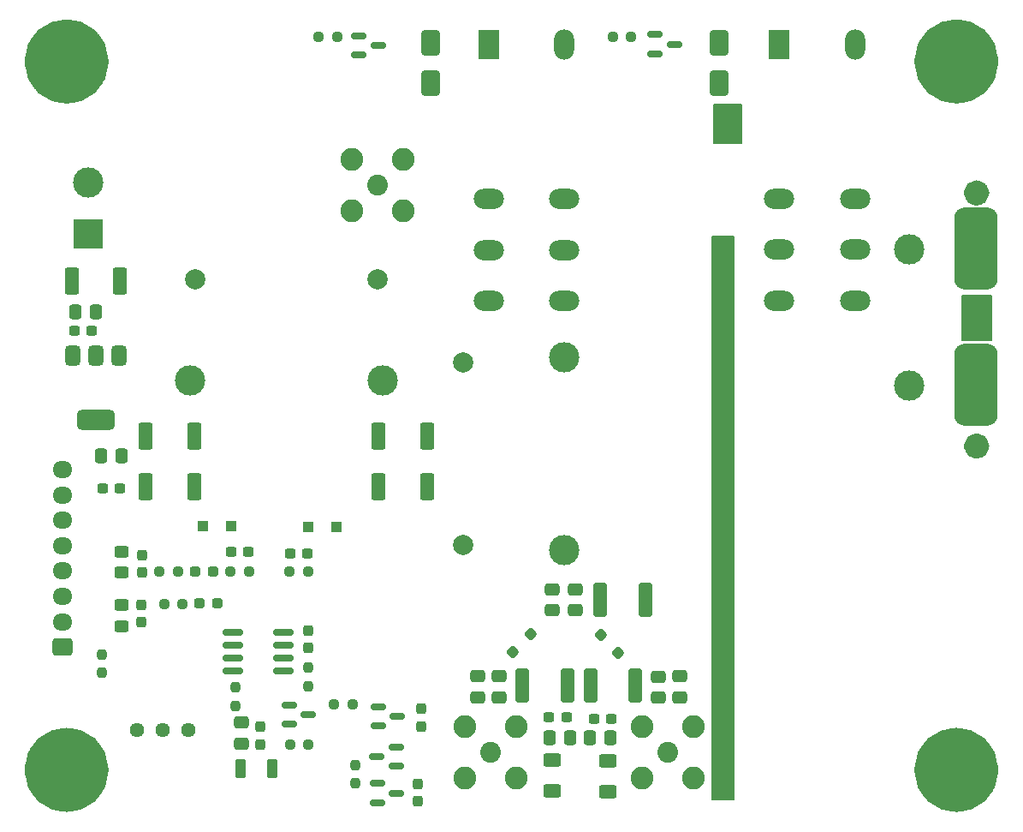
<source format=gts>
%TF.GenerationSoftware,KiCad,Pcbnew,8.0.5*%
%TF.CreationDate,2024-09-26T13:51:18+09:30*%
%TF.ProjectId,TXRX_relay_board,54585258-5f72-4656-9c61-795f626f6172,1.2*%
%TF.SameCoordinates,Original*%
%TF.FileFunction,Soldermask,Top*%
%TF.FilePolarity,Negative*%
%FSLAX46Y46*%
G04 Gerber Fmt 4.6, Leading zero omitted, Abs format (unit mm)*
G04 Created by KiCad (PCBNEW 8.0.5) date 2024-09-26 13:51:18*
%MOMM*%
%LPD*%
G01*
G04 APERTURE LIST*
G04 Aperture macros list*
%AMRoundRect*
0 Rectangle with rounded corners*
0 $1 Rounding radius*
0 $2 $3 $4 $5 $6 $7 $8 $9 X,Y pos of 4 corners*
0 Add a 4 corners polygon primitive as box body*
4,1,4,$2,$3,$4,$5,$6,$7,$8,$9,$2,$3,0*
0 Add four circle primitives for the rounded corners*
1,1,$1+$1,$2,$3*
1,1,$1+$1,$4,$5*
1,1,$1+$1,$6,$7*
1,1,$1+$1,$8,$9*
0 Add four rect primitives between the rounded corners*
20,1,$1+$1,$2,$3,$4,$5,0*
20,1,$1+$1,$4,$5,$6,$7,0*
20,1,$1+$1,$6,$7,$8,$9,0*
20,1,$1+$1,$8,$9,$2,$3,0*%
G04 Aperture macros list end*
%ADD10C,4.175000*%
%ADD11C,1.260678*%
%ADD12C,0.150000*%
%ADD13RoundRect,0.250000X-0.450000X0.325000X-0.450000X-0.325000X0.450000X-0.325000X0.450000X0.325000X0*%
%ADD14RoundRect,0.237500X0.287500X0.237500X-0.287500X0.237500X-0.287500X-0.237500X0.287500X-0.237500X0*%
%ADD15O,3.000000X2.000000*%
%ADD16O,2.000000X3.000000*%
%ADD17R,2.000000X3.000000*%
%ADD18RoundRect,0.237500X0.237500X-0.250000X0.237500X0.250000X-0.237500X0.250000X-0.237500X-0.250000X0*%
%ADD19RoundRect,0.237500X0.250000X0.237500X-0.250000X0.237500X-0.250000X-0.237500X0.250000X-0.237500X0*%
%ADD20RoundRect,0.250000X0.475000X-0.337500X0.475000X0.337500X-0.475000X0.337500X-0.475000X-0.337500X0*%
%ADD21RoundRect,0.237500X-0.300000X-0.237500X0.300000X-0.237500X0.300000X0.237500X-0.300000X0.237500X0*%
%ADD22RoundRect,0.375000X-0.375000X0.625000X-0.375000X-0.625000X0.375000X-0.625000X0.375000X0.625000X0*%
%ADD23RoundRect,0.500000X-1.400000X0.500000X-1.400000X-0.500000X1.400000X-0.500000X1.400000X0.500000X0*%
%ADD24RoundRect,0.237500X-0.250000X-0.237500X0.250000X-0.237500X0.250000X0.237500X-0.250000X0.237500X0*%
%ADD25RoundRect,0.150000X0.587500X0.150000X-0.587500X0.150000X-0.587500X-0.150000X0.587500X-0.150000X0*%
%ADD26RoundRect,0.150000X-0.587500X-0.150000X0.587500X-0.150000X0.587500X0.150000X-0.587500X0.150000X0*%
%ADD27RoundRect,0.250000X-0.475000X0.337500X-0.475000X-0.337500X0.475000X-0.337500X0.475000X0.337500X0*%
%ADD28R,3.000000X3.000000*%
%ADD29C,3.000000*%
%ADD30RoundRect,0.250000X-0.400000X-1.450000X0.400000X-1.450000X0.400000X1.450000X-0.400000X1.450000X0*%
%ADD31RoundRect,0.250000X-0.625000X0.400000X-0.625000X-0.400000X0.625000X-0.400000X0.625000X0.400000X0*%
%ADD32RoundRect,0.237500X0.237500X-0.300000X0.237500X0.300000X-0.237500X0.300000X-0.237500X-0.300000X0*%
%ADD33RoundRect,0.237500X0.300000X0.237500X-0.300000X0.237500X-0.300000X-0.237500X0.300000X-0.237500X0*%
%ADD34RoundRect,0.250000X0.300000X0.300000X-0.300000X0.300000X-0.300000X-0.300000X0.300000X-0.300000X0*%
%ADD35RoundRect,0.250000X-0.650000X1.000000X-0.650000X-1.000000X0.650000X-1.000000X0.650000X1.000000X0*%
%ADD36RoundRect,0.250000X-0.337500X-0.475000X0.337500X-0.475000X0.337500X0.475000X-0.337500X0.475000X0*%
%ADD37RoundRect,0.250000X-0.353553X0.000000X0.000000X-0.353553X0.353553X0.000000X0.000000X0.353553X0*%
%ADD38RoundRect,0.250000X0.450000X-0.325000X0.450000X0.325000X-0.450000X0.325000X-0.450000X-0.325000X0*%
%ADD39C,2.050000*%
%ADD40C,2.250000*%
%ADD41RoundRect,0.249999X-0.450001X-1.075001X0.450001X-1.075001X0.450001X1.075001X-0.450001X1.075001X0*%
%ADD42RoundRect,0.237500X-0.237500X0.300000X-0.237500X-0.300000X0.237500X-0.300000X0.237500X0.300000X0*%
%ADD43RoundRect,0.250000X0.337500X0.475000X-0.337500X0.475000X-0.337500X-0.475000X0.337500X-0.475000X0*%
%ADD44RoundRect,0.250000X-0.300000X-0.300000X0.300000X-0.300000X0.300000X0.300000X-0.300000X0.300000X0*%
%ADD45RoundRect,0.250000X-0.275000X-0.700000X0.275000X-0.700000X0.275000X0.700000X-0.275000X0.700000X0*%
%ADD46RoundRect,1.075000X1.075000X2.975000X-1.075000X2.975000X-1.075000X-2.975000X1.075000X-2.975000X0*%
%ADD47RoundRect,0.250000X0.000000X0.353553X-0.353553X0.000000X0.000000X-0.353553X0.353553X0.000000X0*%
%ADD48RoundRect,0.237500X-0.237500X0.250000X-0.237500X-0.250000X0.237500X-0.250000X0.237500X0.250000X0*%
%ADD49RoundRect,0.250000X0.725000X-0.600000X0.725000X0.600000X-0.725000X0.600000X-0.725000X-0.600000X0*%
%ADD50O,1.950000X1.700000*%
%ADD51C,1.440000*%
%ADD52RoundRect,0.249999X0.450001X1.075001X-0.450001X1.075001X-0.450001X-1.075001X0.450001X-1.075001X0*%
%ADD53RoundRect,0.150000X-0.825000X-0.150000X0.825000X-0.150000X0.825000X0.150000X-0.825000X0.150000X0*%
%ADD54C,2.000000*%
G04 APERTURE END LIST*
D10*
X73087500Y-64000000D02*
G75*
G02*
X68912500Y-64000000I-2087500J0D01*
G01*
X68912500Y-64000000D02*
G75*
G02*
X73087500Y-64000000I2087500J0D01*
G01*
D11*
X161630339Y-102000000D02*
G75*
G02*
X160369661Y-102000000I-630339J0D01*
G01*
X160369661Y-102000000D02*
G75*
G02*
X161630339Y-102000000I630339J0D01*
G01*
D12*
X135050000Y-68224600D02*
X137750000Y-68224600D01*
X137750000Y-72100000D01*
X135050000Y-72100000D01*
X135050000Y-68224600D01*
G36*
X135050000Y-68224600D02*
G01*
X137750000Y-68224600D01*
X137750000Y-72100000D01*
X135050000Y-72100000D01*
X135050000Y-68224600D01*
G37*
X159550000Y-87150000D02*
X162450000Y-87150000D01*
X162450000Y-91550000D01*
X159550000Y-91550000D01*
X159550000Y-87150000D01*
G36*
X159550000Y-87150000D02*
G01*
X162450000Y-87150000D01*
X162450000Y-91550000D01*
X159550000Y-91550000D01*
X159550000Y-87150000D01*
G37*
X134900000Y-81300000D02*
X137000000Y-81300000D01*
X137000000Y-136900000D01*
X134900000Y-136900000D01*
X134900000Y-81300000D01*
G36*
X134900000Y-81300000D02*
G01*
X137000000Y-81300000D01*
X137000000Y-136900000D01*
X134900000Y-136900000D01*
X134900000Y-81300000D01*
G37*
D10*
X161087500Y-64000000D02*
G75*
G02*
X156912500Y-64000000I-2087500J0D01*
G01*
X156912500Y-64000000D02*
G75*
G02*
X161087500Y-64000000I2087500J0D01*
G01*
X161087500Y-134000000D02*
G75*
G02*
X156912500Y-134000000I-2087500J0D01*
G01*
X156912500Y-134000000D02*
G75*
G02*
X161087500Y-134000000I2087500J0D01*
G01*
D11*
X161630339Y-77000000D02*
G75*
G02*
X160369661Y-77000000I-630339J0D01*
G01*
X160369661Y-77000000D02*
G75*
G02*
X161630339Y-77000000I630339J0D01*
G01*
D10*
X73087500Y-134000000D02*
G75*
G02*
X68912500Y-134000000I-2087500J0D01*
G01*
X68912500Y-134000000D02*
G75*
G02*
X73087500Y-134000000I2087500J0D01*
G01*
D13*
%TO.C,D6*%
X76454000Y-112411400D03*
X76454000Y-114461400D03*
%TD*%
D14*
%TO.C,L5*%
X85888800Y-117559800D03*
X84138800Y-117559800D03*
%TD*%
D15*
%TO.C,K1*%
X120250000Y-82622800D03*
X112750000Y-82622800D03*
X120250000Y-77582800D03*
X112750000Y-77582800D03*
X120250000Y-87662800D03*
X112750000Y-87662800D03*
D16*
X120250000Y-62322800D03*
D17*
X112750000Y-62322800D03*
%TD*%
D18*
%TO.C,R16*%
X94886000Y-125701000D03*
X94886000Y-123876000D03*
%TD*%
D19*
%TO.C,R10*%
X82471900Y-117585200D03*
X80646900Y-117585200D03*
%TD*%
D20*
%TO.C,C20*%
X88282000Y-131387500D03*
X88282000Y-129312500D03*
%TD*%
D21*
%TO.C,C10*%
X118706308Y-128826746D03*
X120431308Y-128826746D03*
%TD*%
D22*
%TO.C,U2*%
X76200000Y-93100000D03*
X73900000Y-93100000D03*
D23*
X73900000Y-99400000D03*
D22*
X71600000Y-93100000D03*
%TD*%
D24*
%TO.C,R4*%
X87225500Y-114376200D03*
X89050500Y-114376200D03*
%TD*%
D25*
%TO.C,Q4*%
X103575000Y-133650000D03*
X103575000Y-131750000D03*
X101700000Y-132700000D03*
%TD*%
D15*
%TO.C,K2*%
X149000000Y-82590000D03*
X141500000Y-82590000D03*
X149000000Y-77550000D03*
X141500000Y-77550000D03*
X149000000Y-87630000D03*
X141500000Y-87630000D03*
D17*
X141500000Y-62290000D03*
D16*
X149000000Y-62290000D03*
%TD*%
D26*
%TO.C,Q1*%
X99925000Y-61450000D03*
X99925000Y-63350000D03*
X101800000Y-62400000D03*
%TD*%
D21*
%TO.C,C1*%
X87275500Y-112420400D03*
X89000500Y-112420400D03*
%TD*%
D27*
%TO.C,C14*%
X131600000Y-124762500D03*
X131600000Y-126837500D03*
%TD*%
D28*
%TO.C,J1*%
X73152000Y-81026000D03*
D29*
X73152000Y-75946000D03*
%TD*%
D30*
%TO.C,L7*%
X116073808Y-125651746D03*
X120523808Y-125651746D03*
%TD*%
D31*
%TO.C,R11*%
X124521808Y-133070000D03*
X124521808Y-136170000D03*
%TD*%
D32*
%TO.C,C17*%
X94886000Y-121968000D03*
X94886000Y-120243000D03*
%TD*%
D21*
%TO.C,C19*%
X71746000Y-90605000D03*
X73471000Y-90605000D03*
%TD*%
D30*
%TO.C,L4*%
X123775000Y-117199500D03*
X128225000Y-117199500D03*
%TD*%
D24*
%TO.C,R18*%
X93084500Y-131493000D03*
X94909500Y-131493000D03*
%TD*%
D33*
%TO.C,C8*%
X124876308Y-128953746D03*
X123151308Y-128953746D03*
%TD*%
D21*
%TO.C,C23*%
X74537500Y-106200000D03*
X76262500Y-106200000D03*
%TD*%
D24*
%TO.C,R1*%
X95926500Y-61534000D03*
X97751500Y-61534000D03*
%TD*%
D34*
%TO.C,D2*%
X87300000Y-109900000D03*
X84500000Y-109900000D03*
%TD*%
D19*
%TO.C,R19*%
X99262500Y-127525000D03*
X97437500Y-127525000D03*
%TD*%
D32*
%TO.C,C21*%
X90187000Y-131466500D03*
X90187000Y-129741500D03*
%TD*%
D35*
%TO.C,D1*%
X107000000Y-62135000D03*
X107000000Y-66135000D03*
%TD*%
D26*
%TO.C,Q5*%
X101825000Y-127750000D03*
X101825000Y-129650000D03*
X103700000Y-128700000D03*
%TD*%
D27*
%TO.C,C3*%
X121319377Y-116133623D03*
X121319377Y-118208623D03*
%TD*%
%TO.C,C5*%
X113750000Y-124762500D03*
X113750000Y-126837500D03*
%TD*%
D36*
%TO.C,C12*%
X118763808Y-130858746D03*
X120838808Y-130858746D03*
%TD*%
D37*
%TO.C,D4*%
X123816117Y-120666117D03*
X125583883Y-122433883D03*
%TD*%
D36*
%TO.C,C18*%
X71825000Y-88700000D03*
X73900000Y-88700000D03*
%TD*%
D38*
%TO.C,D7*%
X76479400Y-119778600D03*
X76479400Y-117728600D03*
%TD*%
D26*
%TO.C,Q3*%
X93000000Y-127600000D03*
X93000000Y-129500000D03*
X94875000Y-128550000D03*
%TD*%
D39*
%TO.C,J4*%
X130490808Y-132232500D03*
D40*
X133030808Y-129692500D03*
X127950808Y-129692500D03*
X133030808Y-134772500D03*
X127950808Y-134772500D03*
%TD*%
D18*
%TO.C,R20*%
X99585000Y-135326500D03*
X99585000Y-133501500D03*
%TD*%
D27*
%TO.C,C4*%
X119000000Y-116162000D03*
X119000000Y-118237000D03*
%TD*%
D41*
%TO.C,R6*%
X101850000Y-101000000D03*
X106650000Y-101000000D03*
%TD*%
D42*
%TO.C,C9*%
X78384400Y-117687900D03*
X78384400Y-119412900D03*
%TD*%
D30*
%TO.C,L6*%
X122825000Y-125650000D03*
X127275000Y-125650000D03*
%TD*%
D24*
%TO.C,R13*%
X125000000Y-61534000D03*
X126825000Y-61534000D03*
%TD*%
D43*
%TO.C,C11*%
X124797308Y-130858746D03*
X122722308Y-130858746D03*
%TD*%
D14*
%TO.C,L3*%
X85482400Y-114401600D03*
X83732400Y-114401600D03*
%TD*%
D26*
%TO.C,Q6*%
X101725000Y-135350000D03*
X101725000Y-137250000D03*
X103600000Y-136300000D03*
%TD*%
D27*
%TO.C,C7*%
X111650000Y-124762500D03*
X111650000Y-126837500D03*
%TD*%
D26*
%TO.C,Q2*%
X129225000Y-61350000D03*
X129225000Y-63250000D03*
X131100000Y-62300000D03*
%TD*%
D44*
%TO.C,D3*%
X94900000Y-110000000D03*
X97700000Y-110000000D03*
%TD*%
D41*
%TO.C,R2*%
X78850000Y-106000000D03*
X83650000Y-106000000D03*
%TD*%
D33*
%TO.C,C2*%
X94817100Y-112598200D03*
X93092100Y-112598200D03*
%TD*%
D45*
%TO.C,L8*%
X88231000Y-133906000D03*
X91381000Y-133906000D03*
%TD*%
D36*
%TO.C,C22*%
X74400500Y-103000000D03*
X76475500Y-103000000D03*
%TD*%
D29*
%TO.C,J5*%
X154300000Y-96000000D03*
D46*
X160950000Y-95950000D03*
%TD*%
D47*
%TO.C,D5*%
X116883883Y-120616117D03*
X115116117Y-122383883D03*
%TD*%
D32*
%TO.C,C16*%
X106062000Y-129688500D03*
X106062000Y-127963500D03*
%TD*%
D41*
%TO.C,R3*%
X78850000Y-101000000D03*
X83650000Y-101000000D03*
%TD*%
D48*
%TO.C,R17*%
X74500000Y-122587500D03*
X74500000Y-124412500D03*
%TD*%
D35*
%TO.C,D8*%
X135500000Y-62135000D03*
X135500000Y-66135000D03*
%TD*%
D42*
%TO.C,C15*%
X105727000Y-135387500D03*
X105727000Y-137112500D03*
%TD*%
D32*
%TO.C,C6*%
X78435200Y-114476700D03*
X78435200Y-112751700D03*
%TD*%
D27*
%TO.C,C13*%
X129500000Y-124777348D03*
X129500000Y-126852348D03*
%TD*%
D49*
%TO.C,J2*%
X70600000Y-121850000D03*
D50*
X70600000Y-119350000D03*
X70600000Y-116850000D03*
X70600000Y-114350000D03*
X70600000Y-111850000D03*
X70600000Y-109350000D03*
X70600000Y-106850000D03*
X70600000Y-104350000D03*
%TD*%
D39*
%TO.C,J3*%
X101727000Y-76200000D03*
D40*
X99187000Y-73660000D03*
X99187000Y-78740000D03*
X104267000Y-73660000D03*
X104267000Y-78740000D03*
%TD*%
D51*
%TO.C,RV1*%
X83075000Y-130096000D03*
X80535000Y-130096000D03*
X77995000Y-130096000D03*
%TD*%
D41*
%TO.C,R5*%
X101850000Y-106000000D03*
X106650000Y-106000000D03*
%TD*%
D39*
%TO.C,R9*%
X112969808Y-132232500D03*
D40*
X110429808Y-129692500D03*
X110429808Y-134772500D03*
X115509808Y-129692500D03*
X115509808Y-134772500D03*
%TD*%
D29*
%TO.C,J6*%
X154300000Y-82550000D03*
D46*
X160950000Y-82500000D03*
%TD*%
D52*
%TO.C,R15*%
X76300000Y-85700000D03*
X71500000Y-85700000D03*
%TD*%
D19*
%TO.C,R7*%
X94892500Y-114376200D03*
X93067500Y-114376200D03*
%TD*%
D53*
%TO.C,U1*%
X87450000Y-120390000D03*
X87450000Y-121660000D03*
X87450000Y-122930000D03*
X87450000Y-124200000D03*
X92400000Y-124200000D03*
X92400000Y-122930000D03*
X92400000Y-121660000D03*
X92400000Y-120390000D03*
%TD*%
D48*
%TO.C,R14*%
X87731600Y-125833500D03*
X87731600Y-127658500D03*
%TD*%
D31*
%TO.C,R12*%
X119060808Y-132991746D03*
X119060808Y-136091746D03*
%TD*%
D19*
%TO.C,R8*%
X81989300Y-114427000D03*
X80164300Y-114427000D03*
%TD*%
D29*
%TO.C,L2*%
X120250000Y-93250000D03*
X120250000Y-112250000D03*
D54*
X110250000Y-111750000D03*
X110250000Y-93750000D03*
%TD*%
D29*
%TO.C,L1*%
X102250000Y-95500000D03*
X83250000Y-95500000D03*
D54*
X83750000Y-85500000D03*
X101750000Y-85500000D03*
%TD*%
M02*

</source>
